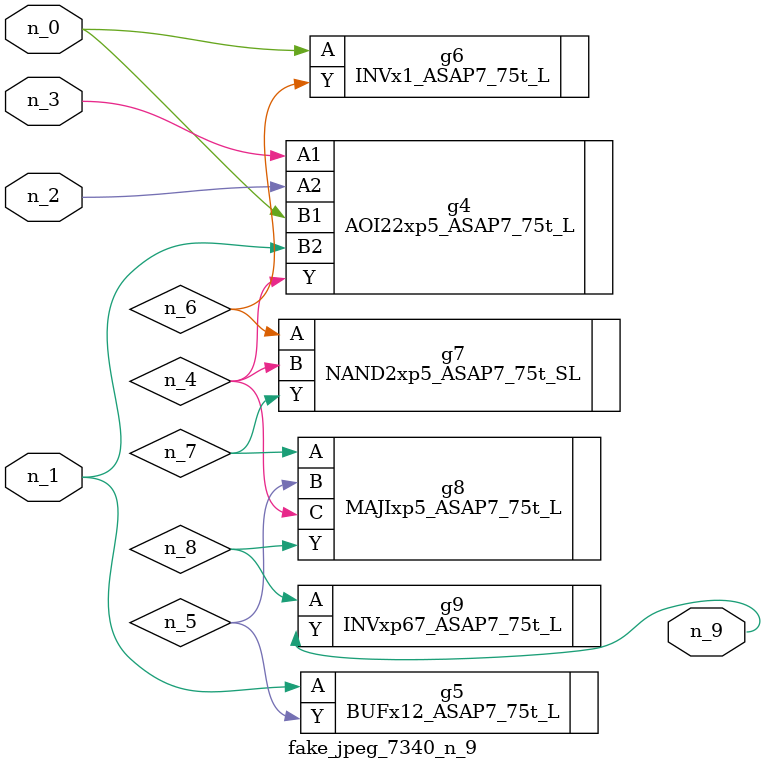
<source format=v>
module fake_jpeg_7340_n_9 (n_0, n_3, n_2, n_1, n_9);

input n_0;
input n_3;
input n_2;
input n_1;

output n_9;

wire n_4;
wire n_8;
wire n_6;
wire n_5;
wire n_7;

AOI22xp5_ASAP7_75t_L g4 ( 
.A1(n_3),
.A2(n_2),
.B1(n_0),
.B2(n_1),
.Y(n_4)
);

BUFx12_ASAP7_75t_L g5 ( 
.A(n_1),
.Y(n_5)
);

INVx1_ASAP7_75t_L g6 ( 
.A(n_0),
.Y(n_6)
);

NAND2xp5_ASAP7_75t_SL g7 ( 
.A(n_6),
.B(n_4),
.Y(n_7)
);

MAJIxp5_ASAP7_75t_L g8 ( 
.A(n_7),
.B(n_5),
.C(n_4),
.Y(n_8)
);

INVxp67_ASAP7_75t_L g9 ( 
.A(n_8),
.Y(n_9)
);


endmodule
</source>
